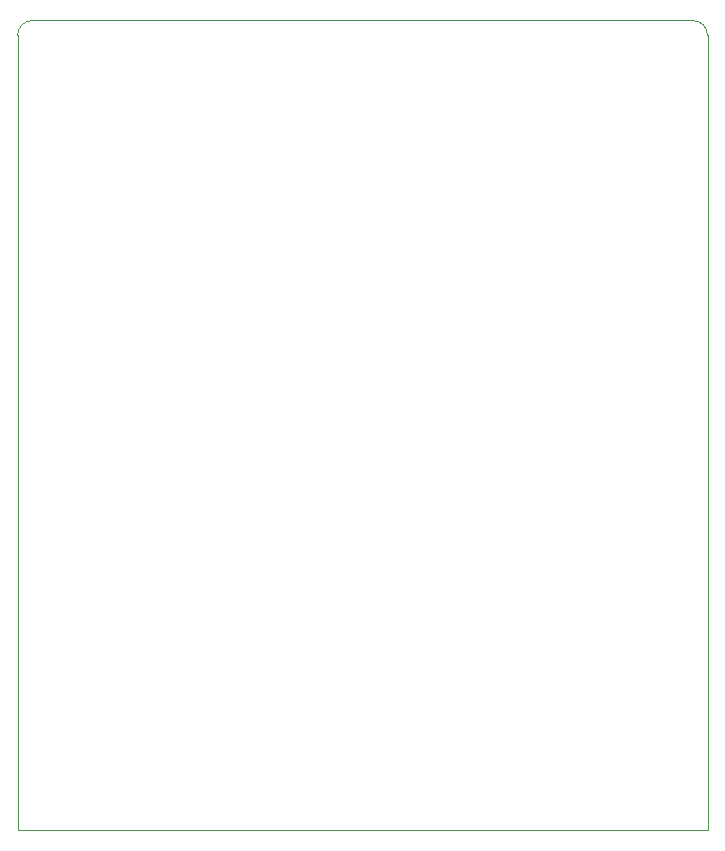
<source format=gbr>
G04 #@! TF.GenerationSoftware,KiCad,Pcbnew,(5.1.0-0)*
G04 #@! TF.CreationDate,2019-12-15T16:20:11-08:00*
G04 #@! TF.ProjectId,ArduinoSerialCard,41726475-696e-46f5-9365-7269616c4361,rev?*
G04 #@! TF.SameCoordinates,Original*
G04 #@! TF.FileFunction,Profile,NP*
%FSLAX46Y46*%
G04 Gerber Fmt 4.6, Leading zero omitted, Abs format (unit mm)*
G04 Created by KiCad (PCBNEW (5.1.0-0)) date 2019-12-15 16:20:11*
%MOMM*%
%LPD*%
G04 APERTURE LIST*
%ADD10C,0.050000*%
G04 APERTURE END LIST*
D10*
X165100000Y-68580000D02*
G75*
G02X166370000Y-69850000I0J-1270000D01*
G01*
X107950000Y-69850000D02*
G75*
G02X109220000Y-68580000I1270000J0D01*
G01*
X107950000Y-69850000D02*
X107950000Y-137160000D01*
X165100000Y-68580000D02*
X109220000Y-68580000D01*
X166370000Y-137160000D02*
X166370000Y-69850000D01*
X162560000Y-137160000D02*
X166370000Y-137160000D01*
X107950000Y-137160000D02*
X162560000Y-137160000D01*
M02*

</source>
